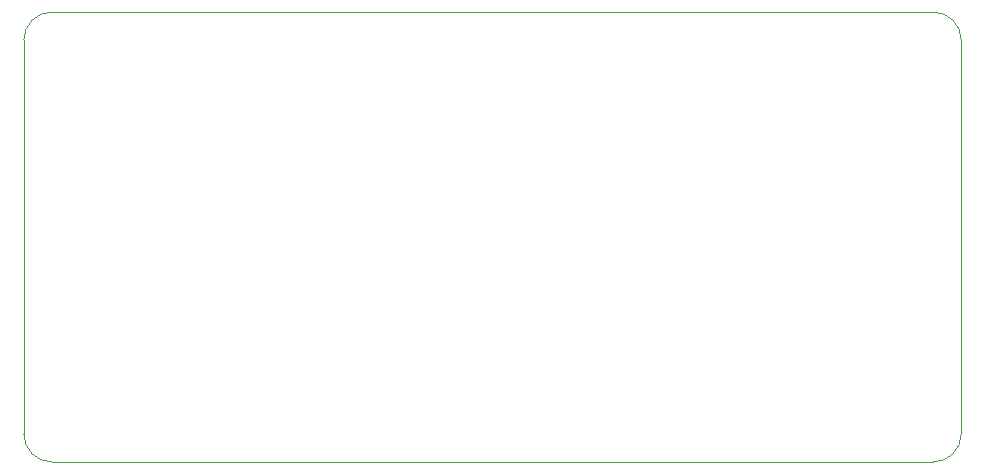
<source format=gm1>
G04 #@! TF.GenerationSoftware,KiCad,Pcbnew,(5.1.4-0-10_14)*
G04 #@! TF.CreationDate,2021-08-26T11:23:27-07:00*
G04 #@! TF.ProjectId,ai03-pcb-guide,61693033-2d70-4636-922d-67756964652e,rev?*
G04 #@! TF.SameCoordinates,Original*
G04 #@! TF.FileFunction,Profile,NP*
%FSLAX46Y46*%
G04 Gerber Fmt 4.6, Leading zero omitted, Abs format (unit mm)*
G04 Created by KiCad (PCBNEW (5.1.4-0-10_14)) date 2021-08-26 11:23:27*
%MOMM*%
%LPD*%
G04 APERTURE LIST*
%ADD10C,0.050000*%
%ADD11C,0.120000*%
G04 APERTURE END LIST*
D10*
X127793750Y-25400000D02*
X130175000Y-25400000D01*
X130175000Y-63500000D02*
X127793750Y-63500000D01*
X132556250Y-27781250D02*
X132556250Y-61118750D01*
X92075000Y-25400000D02*
X127793750Y-25400000D01*
X127793750Y-63500000D02*
X92075000Y-63500000D01*
X130175000Y-25400000D02*
G75*
G02X132556250Y-27781250I0J-2381250D01*
G01*
X53181250Y-61118750D02*
X53181250Y-27781250D01*
X55562500Y-63500000D02*
G75*
G02X53181250Y-61118750I0J2381250D01*
G01*
X53181250Y-27781250D02*
G75*
G02X55562500Y-25400000I2381250J0D01*
G01*
X92075000Y-63500000D02*
X55562500Y-63500000D01*
D11*
X92075000Y-25400000D02*
X55562500Y-25400000D01*
X132556250Y-61118750D02*
G75*
G02X130175000Y-63500000I-2381250J0D01*
G01*
M02*

</source>
